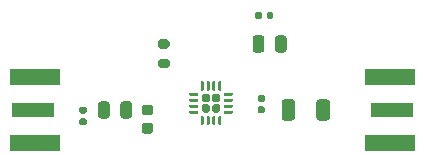
<source format=gtp>
%TF.GenerationSoftware,KiCad,Pcbnew,(5.1.9)-1*%
%TF.CreationDate,2021-06-07T18:16:05+02:00*%
%TF.ProjectId,AmplificadorV1,416d706c-6966-4696-9361-646f7256312e,rev?*%
%TF.SameCoordinates,Original*%
%TF.FileFunction,Paste,Top*%
%TF.FilePolarity,Positive*%
%FSLAX46Y46*%
G04 Gerber Fmt 4.6, Leading zero omitted, Abs format (unit mm)*
G04 Created by KiCad (PCBNEW (5.1.9)-1) date 2021-06-07 18:16:05*
%MOMM*%
%LPD*%
G01*
G04 APERTURE LIST*
%ADD10R,3.600000X1.270000*%
%ADD11R,4.200000X1.350000*%
G04 APERTURE END LIST*
D10*
%TO.C,J3*%
X175006000Y-101600000D03*
D11*
X174806000Y-98775000D03*
X174806000Y-104425000D03*
%TD*%
D10*
%TO.C,J1*%
X144580000Y-101600000D03*
D11*
X144780000Y-104425000D03*
X144780000Y-98775000D03*
%TD*%
%TO.C,U1*%
G36*
G01*
X159775000Y-101648000D02*
X159775000Y-101293000D01*
G75*
G02*
X159952500Y-101115500I177500J0D01*
G01*
X160307500Y-101115500D01*
G75*
G02*
X160485000Y-101293000I0J-177500D01*
G01*
X160485000Y-101648000D01*
G75*
G02*
X160307500Y-101825500I-177500J0D01*
G01*
X159952500Y-101825500D01*
G75*
G02*
X159775000Y-101648000I0J177500D01*
G01*
G37*
G36*
G01*
X159775000Y-100768000D02*
X159775000Y-100413000D01*
G75*
G02*
X159952500Y-100235500I177500J0D01*
G01*
X160307500Y-100235500D01*
G75*
G02*
X160485000Y-100413000I0J-177500D01*
G01*
X160485000Y-100768000D01*
G75*
G02*
X160307500Y-100945500I-177500J0D01*
G01*
X159952500Y-100945500D01*
G75*
G02*
X159775000Y-100768000I0J177500D01*
G01*
G37*
G36*
G01*
X158895000Y-101648000D02*
X158895000Y-101293000D01*
G75*
G02*
X159072500Y-101115500I177500J0D01*
G01*
X159427500Y-101115500D01*
G75*
G02*
X159605000Y-101293000I0J-177500D01*
G01*
X159605000Y-101648000D01*
G75*
G02*
X159427500Y-101825500I-177500J0D01*
G01*
X159072500Y-101825500D01*
G75*
G02*
X158895000Y-101648000I0J177500D01*
G01*
G37*
G36*
G01*
X158895000Y-100768000D02*
X158895000Y-100413000D01*
G75*
G02*
X159072500Y-100235500I177500J0D01*
G01*
X159427500Y-100235500D01*
G75*
G02*
X159605000Y-100413000I0J-177500D01*
G01*
X159605000Y-100768000D01*
G75*
G02*
X159427500Y-100945500I-177500J0D01*
G01*
X159072500Y-100945500D01*
G75*
G02*
X158895000Y-100768000I0J177500D01*
G01*
G37*
G36*
G01*
X158815000Y-99893000D02*
X158815000Y-99243000D01*
G75*
G02*
X158877500Y-99180500I62500J0D01*
G01*
X159002500Y-99180500D01*
G75*
G02*
X159065000Y-99243000I0J-62500D01*
G01*
X159065000Y-99893000D01*
G75*
G02*
X159002500Y-99955500I-62500J0D01*
G01*
X158877500Y-99955500D01*
G75*
G02*
X158815000Y-99893000I0J62500D01*
G01*
G37*
G36*
G01*
X159315000Y-99893000D02*
X159315000Y-99243000D01*
G75*
G02*
X159377500Y-99180500I62500J0D01*
G01*
X159502500Y-99180500D01*
G75*
G02*
X159565000Y-99243000I0J-62500D01*
G01*
X159565000Y-99893000D01*
G75*
G02*
X159502500Y-99955500I-62500J0D01*
G01*
X159377500Y-99955500D01*
G75*
G02*
X159315000Y-99893000I0J62500D01*
G01*
G37*
G36*
G01*
X159815000Y-99893000D02*
X159815000Y-99243000D01*
G75*
G02*
X159877500Y-99180500I62500J0D01*
G01*
X160002500Y-99180500D01*
G75*
G02*
X160065000Y-99243000I0J-62500D01*
G01*
X160065000Y-99893000D01*
G75*
G02*
X160002500Y-99955500I-62500J0D01*
G01*
X159877500Y-99955500D01*
G75*
G02*
X159815000Y-99893000I0J62500D01*
G01*
G37*
G36*
G01*
X160315000Y-99893000D02*
X160315000Y-99243000D01*
G75*
G02*
X160377500Y-99180500I62500J0D01*
G01*
X160502500Y-99180500D01*
G75*
G02*
X160565000Y-99243000I0J-62500D01*
G01*
X160565000Y-99893000D01*
G75*
G02*
X160502500Y-99955500I-62500J0D01*
G01*
X160377500Y-99955500D01*
G75*
G02*
X160315000Y-99893000I0J62500D01*
G01*
G37*
G36*
G01*
X160765000Y-100343000D02*
X160765000Y-100218000D01*
G75*
G02*
X160827500Y-100155500I62500J0D01*
G01*
X161477500Y-100155500D01*
G75*
G02*
X161540000Y-100218000I0J-62500D01*
G01*
X161540000Y-100343000D01*
G75*
G02*
X161477500Y-100405500I-62500J0D01*
G01*
X160827500Y-100405500D01*
G75*
G02*
X160765000Y-100343000I0J62500D01*
G01*
G37*
G36*
G01*
X160765000Y-100843000D02*
X160765000Y-100718000D01*
G75*
G02*
X160827500Y-100655500I62500J0D01*
G01*
X161477500Y-100655500D01*
G75*
G02*
X161540000Y-100718000I0J-62500D01*
G01*
X161540000Y-100843000D01*
G75*
G02*
X161477500Y-100905500I-62500J0D01*
G01*
X160827500Y-100905500D01*
G75*
G02*
X160765000Y-100843000I0J62500D01*
G01*
G37*
G36*
G01*
X160765000Y-101343000D02*
X160765000Y-101218000D01*
G75*
G02*
X160827500Y-101155500I62500J0D01*
G01*
X161477500Y-101155500D01*
G75*
G02*
X161540000Y-101218000I0J-62500D01*
G01*
X161540000Y-101343000D01*
G75*
G02*
X161477500Y-101405500I-62500J0D01*
G01*
X160827500Y-101405500D01*
G75*
G02*
X160765000Y-101343000I0J62500D01*
G01*
G37*
G36*
G01*
X160765000Y-101843000D02*
X160765000Y-101718000D01*
G75*
G02*
X160827500Y-101655500I62500J0D01*
G01*
X161477500Y-101655500D01*
G75*
G02*
X161540000Y-101718000I0J-62500D01*
G01*
X161540000Y-101843000D01*
G75*
G02*
X161477500Y-101905500I-62500J0D01*
G01*
X160827500Y-101905500D01*
G75*
G02*
X160765000Y-101843000I0J62500D01*
G01*
G37*
G36*
G01*
X160315000Y-102818000D02*
X160315000Y-102168000D01*
G75*
G02*
X160377500Y-102105500I62500J0D01*
G01*
X160502500Y-102105500D01*
G75*
G02*
X160565000Y-102168000I0J-62500D01*
G01*
X160565000Y-102818000D01*
G75*
G02*
X160502500Y-102880500I-62500J0D01*
G01*
X160377500Y-102880500D01*
G75*
G02*
X160315000Y-102818000I0J62500D01*
G01*
G37*
G36*
G01*
X159815000Y-102818000D02*
X159815000Y-102168000D01*
G75*
G02*
X159877500Y-102105500I62500J0D01*
G01*
X160002500Y-102105500D01*
G75*
G02*
X160065000Y-102168000I0J-62500D01*
G01*
X160065000Y-102818000D01*
G75*
G02*
X160002500Y-102880500I-62500J0D01*
G01*
X159877500Y-102880500D01*
G75*
G02*
X159815000Y-102818000I0J62500D01*
G01*
G37*
G36*
G01*
X159315000Y-102818000D02*
X159315000Y-102168000D01*
G75*
G02*
X159377500Y-102105500I62500J0D01*
G01*
X159502500Y-102105500D01*
G75*
G02*
X159565000Y-102168000I0J-62500D01*
G01*
X159565000Y-102818000D01*
G75*
G02*
X159502500Y-102880500I-62500J0D01*
G01*
X159377500Y-102880500D01*
G75*
G02*
X159315000Y-102818000I0J62500D01*
G01*
G37*
G36*
G01*
X158815000Y-102818000D02*
X158815000Y-102168000D01*
G75*
G02*
X158877500Y-102105500I62500J0D01*
G01*
X159002500Y-102105500D01*
G75*
G02*
X159065000Y-102168000I0J-62500D01*
G01*
X159065000Y-102818000D01*
G75*
G02*
X159002500Y-102880500I-62500J0D01*
G01*
X158877500Y-102880500D01*
G75*
G02*
X158815000Y-102818000I0J62500D01*
G01*
G37*
G36*
G01*
X157840000Y-101843000D02*
X157840000Y-101718000D01*
G75*
G02*
X157902500Y-101655500I62500J0D01*
G01*
X158552500Y-101655500D01*
G75*
G02*
X158615000Y-101718000I0J-62500D01*
G01*
X158615000Y-101843000D01*
G75*
G02*
X158552500Y-101905500I-62500J0D01*
G01*
X157902500Y-101905500D01*
G75*
G02*
X157840000Y-101843000I0J62500D01*
G01*
G37*
G36*
G01*
X157840000Y-101343000D02*
X157840000Y-101218000D01*
G75*
G02*
X157902500Y-101155500I62500J0D01*
G01*
X158552500Y-101155500D01*
G75*
G02*
X158615000Y-101218000I0J-62500D01*
G01*
X158615000Y-101343000D01*
G75*
G02*
X158552500Y-101405500I-62500J0D01*
G01*
X157902500Y-101405500D01*
G75*
G02*
X157840000Y-101343000I0J62500D01*
G01*
G37*
G36*
G01*
X157840000Y-100843000D02*
X157840000Y-100718000D01*
G75*
G02*
X157902500Y-100655500I62500J0D01*
G01*
X158552500Y-100655500D01*
G75*
G02*
X158615000Y-100718000I0J-62500D01*
G01*
X158615000Y-100843000D01*
G75*
G02*
X158552500Y-100905500I-62500J0D01*
G01*
X157902500Y-100905500D01*
G75*
G02*
X157840000Y-100843000I0J62500D01*
G01*
G37*
G36*
G01*
X157840000Y-100343000D02*
X157840000Y-100218000D01*
G75*
G02*
X157902500Y-100155500I62500J0D01*
G01*
X158552500Y-100155500D01*
G75*
G02*
X158615000Y-100218000I0J-62500D01*
G01*
X158615000Y-100343000D01*
G75*
G02*
X158552500Y-100405500I-62500J0D01*
G01*
X157902500Y-100405500D01*
G75*
G02*
X157840000Y-100343000I0J62500D01*
G01*
G37*
%TD*%
%TO.C,R1*%
G36*
G01*
X155977000Y-96412000D02*
X155427000Y-96412000D01*
G75*
G02*
X155227000Y-96212000I0J200000D01*
G01*
X155227000Y-95812000D01*
G75*
G02*
X155427000Y-95612000I200000J0D01*
G01*
X155977000Y-95612000D01*
G75*
G02*
X156177000Y-95812000I0J-200000D01*
G01*
X156177000Y-96212000D01*
G75*
G02*
X155977000Y-96412000I-200000J0D01*
G01*
G37*
G36*
G01*
X155977000Y-98062000D02*
X155427000Y-98062000D01*
G75*
G02*
X155227000Y-97862000I0J200000D01*
G01*
X155227000Y-97462000D01*
G75*
G02*
X155427000Y-97262000I200000J0D01*
G01*
X155977000Y-97262000D01*
G75*
G02*
X156177000Y-97462000I0J-200000D01*
G01*
X156177000Y-97862000D01*
G75*
G02*
X155977000Y-98062000I-200000J0D01*
G01*
G37*
%TD*%
%TO.C,33nH1*%
G36*
G01*
X148671500Y-102298000D02*
X149016500Y-102298000D01*
G75*
G02*
X149164000Y-102445500I0J-147500D01*
G01*
X149164000Y-102740500D01*
G75*
G02*
X149016500Y-102888000I-147500J0D01*
G01*
X148671500Y-102888000D01*
G75*
G02*
X148524000Y-102740500I0J147500D01*
G01*
X148524000Y-102445500D01*
G75*
G02*
X148671500Y-102298000I147500J0D01*
G01*
G37*
G36*
G01*
X148671500Y-101328000D02*
X149016500Y-101328000D01*
G75*
G02*
X149164000Y-101475500I0J-147500D01*
G01*
X149164000Y-101770500D01*
G75*
G02*
X149016500Y-101918000I-147500J0D01*
G01*
X148671500Y-101918000D01*
G75*
G02*
X148524000Y-101770500I0J147500D01*
G01*
X148524000Y-101475500D01*
G75*
G02*
X148671500Y-101328000I147500J0D01*
G01*
G37*
%TD*%
%TO.C,2.0pF1*%
G36*
G01*
X151122000Y-101125000D02*
X151122000Y-102075000D01*
G75*
G02*
X150872000Y-102325000I-250000J0D01*
G01*
X150372000Y-102325000D01*
G75*
G02*
X150122000Y-102075000I0J250000D01*
G01*
X150122000Y-101125000D01*
G75*
G02*
X150372000Y-100875000I250000J0D01*
G01*
X150872000Y-100875000D01*
G75*
G02*
X151122000Y-101125000I0J-250000D01*
G01*
G37*
G36*
G01*
X153022000Y-101125000D02*
X153022000Y-102075000D01*
G75*
G02*
X152772000Y-102325000I-250000J0D01*
G01*
X152272000Y-102325000D01*
G75*
G02*
X152022000Y-102075000I0J250000D01*
G01*
X152022000Y-101125000D01*
G75*
G02*
X152272000Y-100875000I250000J0D01*
G01*
X152772000Y-100875000D01*
G75*
G02*
X153022000Y-101125000I0J-250000D01*
G01*
G37*
%TD*%
%TO.C,18pF1*%
G36*
G01*
X166818000Y-100949999D02*
X166818000Y-102250001D01*
G75*
G02*
X166568001Y-102500000I-249999J0D01*
G01*
X165917999Y-102500000D01*
G75*
G02*
X165668000Y-102250001I0J249999D01*
G01*
X165668000Y-100949999D01*
G75*
G02*
X165917999Y-100700000I249999J0D01*
G01*
X166568001Y-100700000D01*
G75*
G02*
X166818000Y-100949999I0J-249999D01*
G01*
G37*
G36*
G01*
X169768000Y-100949999D02*
X169768000Y-102250001D01*
G75*
G02*
X169518001Y-102500000I-249999J0D01*
G01*
X168867999Y-102500000D01*
G75*
G02*
X168618000Y-102250001I0J249999D01*
G01*
X168618000Y-100949999D01*
G75*
G02*
X168867999Y-100700000I249999J0D01*
G01*
X169518001Y-100700000D01*
G75*
G02*
X169768000Y-100949999I0J-249999D01*
G01*
G37*
%TD*%
%TO.C,15nH1*%
G36*
G01*
X164129500Y-100925000D02*
X163784500Y-100925000D01*
G75*
G02*
X163637000Y-100777500I0J147500D01*
G01*
X163637000Y-100482500D01*
G75*
G02*
X163784500Y-100335000I147500J0D01*
G01*
X164129500Y-100335000D01*
G75*
G02*
X164277000Y-100482500I0J-147500D01*
G01*
X164277000Y-100777500D01*
G75*
G02*
X164129500Y-100925000I-147500J0D01*
G01*
G37*
G36*
G01*
X164129500Y-101895000D02*
X163784500Y-101895000D01*
G75*
G02*
X163637000Y-101747500I0J147500D01*
G01*
X163637000Y-101452500D01*
G75*
G02*
X163784500Y-101305000I147500J0D01*
G01*
X164129500Y-101305000D01*
G75*
G02*
X164277000Y-101452500I0J-147500D01*
G01*
X164277000Y-101747500D01*
G75*
G02*
X164129500Y-101895000I-147500J0D01*
G01*
G37*
%TD*%
%TO.C,100pF1*%
G36*
G01*
X164203000Y-95537000D02*
X164203000Y-96487000D01*
G75*
G02*
X163953000Y-96737000I-250000J0D01*
G01*
X163453000Y-96737000D01*
G75*
G02*
X163203000Y-96487000I0J250000D01*
G01*
X163203000Y-95537000D01*
G75*
G02*
X163453000Y-95287000I250000J0D01*
G01*
X163953000Y-95287000D01*
G75*
G02*
X164203000Y-95537000I0J-250000D01*
G01*
G37*
G36*
G01*
X166103000Y-95537000D02*
X166103000Y-96487000D01*
G75*
G02*
X165853000Y-96737000I-250000J0D01*
G01*
X165353000Y-96737000D01*
G75*
G02*
X165103000Y-96487000I0J250000D01*
G01*
X165103000Y-95537000D01*
G75*
G02*
X165353000Y-95287000I250000J0D01*
G01*
X165853000Y-95287000D01*
G75*
G02*
X166103000Y-95537000I0J-250000D01*
G01*
G37*
%TD*%
%TO.C,1.8pF1*%
G36*
G01*
X154055000Y-102700000D02*
X154555000Y-102700000D01*
G75*
G02*
X154780000Y-102925000I0J-225000D01*
G01*
X154780000Y-103375000D01*
G75*
G02*
X154555000Y-103600000I-225000J0D01*
G01*
X154055000Y-103600000D01*
G75*
G02*
X153830000Y-103375000I0J225000D01*
G01*
X153830000Y-102925000D01*
G75*
G02*
X154055000Y-102700000I225000J0D01*
G01*
G37*
G36*
G01*
X154055000Y-101150000D02*
X154555000Y-101150000D01*
G75*
G02*
X154780000Y-101375000I0J-225000D01*
G01*
X154780000Y-101825000D01*
G75*
G02*
X154555000Y-102050000I-225000J0D01*
G01*
X154055000Y-102050000D01*
G75*
G02*
X153830000Y-101825000I0J225000D01*
G01*
X153830000Y-101375000D01*
G75*
G02*
X154055000Y-101150000I225000J0D01*
G01*
G37*
%TD*%
%TO.C,0.1uF1*%
G36*
G01*
X164011000Y-93429000D02*
X164011000Y-93769000D01*
G75*
G02*
X163871000Y-93909000I-140000J0D01*
G01*
X163591000Y-93909000D01*
G75*
G02*
X163451000Y-93769000I0J140000D01*
G01*
X163451000Y-93429000D01*
G75*
G02*
X163591000Y-93289000I140000J0D01*
G01*
X163871000Y-93289000D01*
G75*
G02*
X164011000Y-93429000I0J-140000D01*
G01*
G37*
G36*
G01*
X164971000Y-93429000D02*
X164971000Y-93769000D01*
G75*
G02*
X164831000Y-93909000I-140000J0D01*
G01*
X164551000Y-93909000D01*
G75*
G02*
X164411000Y-93769000I0J140000D01*
G01*
X164411000Y-93429000D01*
G75*
G02*
X164551000Y-93289000I140000J0D01*
G01*
X164831000Y-93289000D01*
G75*
G02*
X164971000Y-93429000I0J-140000D01*
G01*
G37*
%TD*%
M02*

</source>
